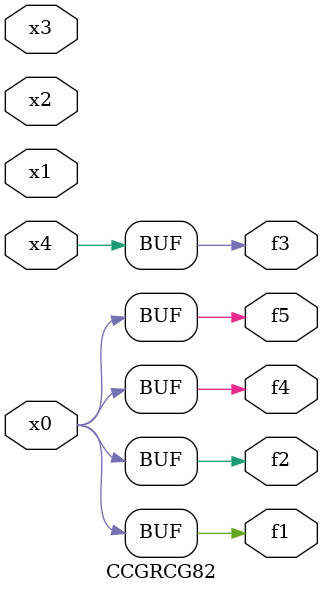
<source format=v>
module CCGRCG82(
	input x0, x1, x2, x3, x4,
	output f1, f2, f3, f4, f5
);
	assign f1 = x0;
	assign f2 = x0;
	assign f3 = x4;
	assign f4 = x0;
	assign f5 = x0;
endmodule

</source>
